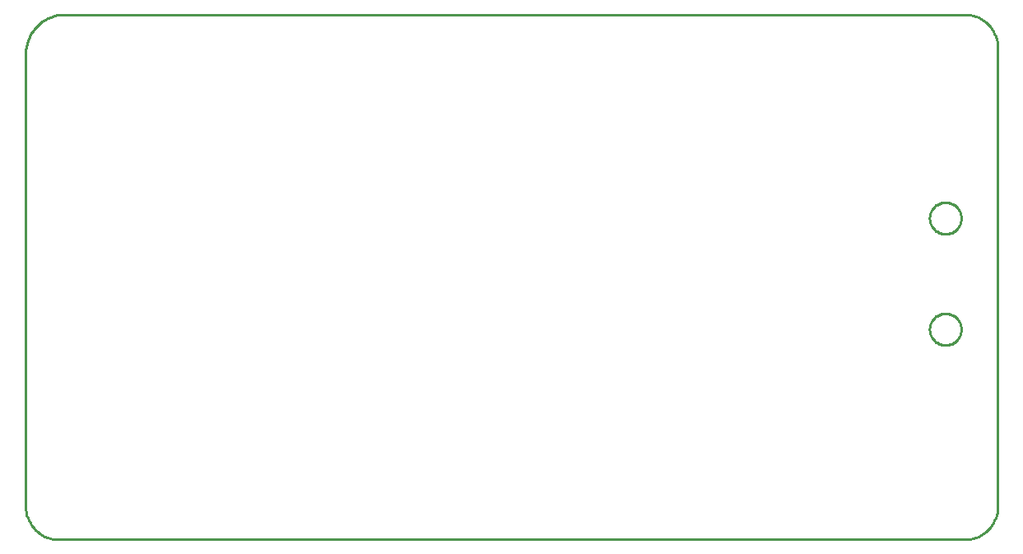
<source format=gbr>
G04 EAGLE Gerber RS-274X export*
G75*
%MOMM*%
%FSLAX34Y34*%
%LPD*%
%IN*%
%IPPOS*%
%AMOC8*
5,1,8,0,0,1.08239X$1,22.5*%
G01*
%ADD10C,0.254000*%


D10*
X0Y34142D02*
X130Y31166D01*
X519Y28213D01*
X1163Y25305D01*
X2059Y22465D01*
X3199Y19713D01*
X4574Y17071D01*
X6175Y14559D01*
X7988Y12196D01*
X10000Y10000D01*
X12196Y7988D01*
X14559Y6175D01*
X17071Y4574D01*
X19713Y3199D01*
X22465Y2059D01*
X25305Y1163D01*
X28213Y519D01*
X31166Y130D01*
X34142Y0D01*
X965858Y0D01*
X968834Y130D01*
X971787Y519D01*
X974695Y1163D01*
X977535Y2059D01*
X980287Y3199D01*
X982929Y4574D01*
X985441Y6175D01*
X987804Y7988D01*
X990000Y10000D01*
X992012Y12196D01*
X993825Y14559D01*
X995426Y17071D01*
X996801Y19713D01*
X997941Y22465D01*
X998837Y25305D01*
X999481Y28213D01*
X999870Y31166D01*
X1000000Y34142D01*
X1000000Y505858D01*
X999870Y508834D01*
X999481Y511787D01*
X998837Y514695D01*
X997941Y517535D01*
X996801Y520287D01*
X995426Y522929D01*
X993825Y525441D01*
X992012Y527804D01*
X990000Y530000D01*
X987804Y532012D01*
X985441Y533825D01*
X982929Y535426D01*
X980287Y536801D01*
X977535Y537941D01*
X974695Y538837D01*
X971787Y539481D01*
X968834Y539870D01*
X965858Y540000D01*
X40000Y540000D01*
X36514Y539848D01*
X33054Y539392D01*
X29647Y538637D01*
X26319Y537588D01*
X23095Y536252D01*
X20000Y534641D01*
X17057Y532766D01*
X14289Y530642D01*
X11716Y528284D01*
X9358Y525712D01*
X7234Y522943D01*
X5359Y520000D01*
X3748Y516905D01*
X2412Y513681D01*
X1363Y510353D01*
X608Y506946D01*
X152Y503486D01*
X0Y500000D01*
X0Y34142D01*
X946732Y232500D02*
X947794Y232430D01*
X948848Y232292D01*
X949892Y232084D01*
X950920Y231809D01*
X951927Y231467D01*
X952910Y231059D01*
X953864Y230589D01*
X954786Y230057D01*
X955670Y229466D01*
X956514Y228818D01*
X957314Y228117D01*
X958067Y227364D01*
X958768Y226564D01*
X959416Y225720D01*
X960007Y224836D01*
X960539Y223914D01*
X961009Y222960D01*
X961417Y221977D01*
X961759Y220970D01*
X962034Y219942D01*
X962242Y218898D01*
X962380Y217844D01*
X962450Y216782D01*
X962450Y215718D01*
X962380Y214656D01*
X962242Y213602D01*
X962034Y212558D01*
X961759Y211530D01*
X961417Y210523D01*
X961009Y209540D01*
X960539Y208586D01*
X960007Y207664D01*
X959416Y206780D01*
X958768Y205936D01*
X958067Y205136D01*
X957314Y204383D01*
X956514Y203682D01*
X955670Y203034D01*
X954786Y202443D01*
X953864Y201911D01*
X952910Y201441D01*
X951927Y201033D01*
X950920Y200691D01*
X949892Y200416D01*
X948848Y200208D01*
X947794Y200070D01*
X946732Y200000D01*
X945668Y200000D01*
X944606Y200070D01*
X943552Y200208D01*
X942508Y200416D01*
X941480Y200691D01*
X940473Y201033D01*
X939490Y201441D01*
X938536Y201911D01*
X937614Y202443D01*
X936730Y203034D01*
X935886Y203682D01*
X935086Y204383D01*
X934333Y205136D01*
X933632Y205936D01*
X932984Y206780D01*
X932393Y207664D01*
X931861Y208586D01*
X931391Y209540D01*
X930983Y210523D01*
X930641Y211530D01*
X930366Y212558D01*
X930158Y213602D01*
X930020Y214656D01*
X929950Y215718D01*
X929950Y216782D01*
X930020Y217844D01*
X930158Y218898D01*
X930366Y219942D01*
X930641Y220970D01*
X930983Y221977D01*
X931391Y222960D01*
X931861Y223914D01*
X932393Y224836D01*
X932984Y225720D01*
X933632Y226564D01*
X934333Y227364D01*
X935086Y228117D01*
X935886Y228818D01*
X936730Y229466D01*
X937614Y230057D01*
X938536Y230589D01*
X939490Y231059D01*
X940473Y231467D01*
X941480Y231809D01*
X942508Y232084D01*
X943552Y232292D01*
X944606Y232430D01*
X945668Y232500D01*
X946732Y232500D01*
X946732Y346800D02*
X947794Y346730D01*
X948848Y346592D01*
X949892Y346384D01*
X950920Y346109D01*
X951927Y345767D01*
X952910Y345359D01*
X953864Y344889D01*
X954786Y344357D01*
X955670Y343766D01*
X956514Y343118D01*
X957314Y342417D01*
X958067Y341664D01*
X958768Y340864D01*
X959416Y340020D01*
X960007Y339136D01*
X960539Y338214D01*
X961009Y337260D01*
X961417Y336277D01*
X961759Y335270D01*
X962034Y334242D01*
X962242Y333198D01*
X962380Y332144D01*
X962450Y331082D01*
X962450Y330018D01*
X962380Y328956D01*
X962242Y327902D01*
X962034Y326858D01*
X961759Y325830D01*
X961417Y324823D01*
X961009Y323840D01*
X960539Y322886D01*
X960007Y321964D01*
X959416Y321080D01*
X958768Y320236D01*
X958067Y319436D01*
X957314Y318683D01*
X956514Y317982D01*
X955670Y317334D01*
X954786Y316743D01*
X953864Y316211D01*
X952910Y315741D01*
X951927Y315333D01*
X950920Y314991D01*
X949892Y314716D01*
X948848Y314508D01*
X947794Y314370D01*
X946732Y314300D01*
X945668Y314300D01*
X944606Y314370D01*
X943552Y314508D01*
X942508Y314716D01*
X941480Y314991D01*
X940473Y315333D01*
X939490Y315741D01*
X938536Y316211D01*
X937614Y316743D01*
X936730Y317334D01*
X935886Y317982D01*
X935086Y318683D01*
X934333Y319436D01*
X933632Y320236D01*
X932984Y321080D01*
X932393Y321964D01*
X931861Y322886D01*
X931391Y323840D01*
X930983Y324823D01*
X930641Y325830D01*
X930366Y326858D01*
X930158Y327902D01*
X930020Y328956D01*
X929950Y330018D01*
X929950Y331082D01*
X930020Y332144D01*
X930158Y333198D01*
X930366Y334242D01*
X930641Y335270D01*
X930983Y336277D01*
X931391Y337260D01*
X931861Y338214D01*
X932393Y339136D01*
X932984Y340020D01*
X933632Y340864D01*
X934333Y341664D01*
X935086Y342417D01*
X935886Y343118D01*
X936730Y343766D01*
X937614Y344357D01*
X938536Y344889D01*
X939490Y345359D01*
X940473Y345767D01*
X941480Y346109D01*
X942508Y346384D01*
X943552Y346592D01*
X944606Y346730D01*
X945668Y346800D01*
X946732Y346800D01*
M02*

</source>
